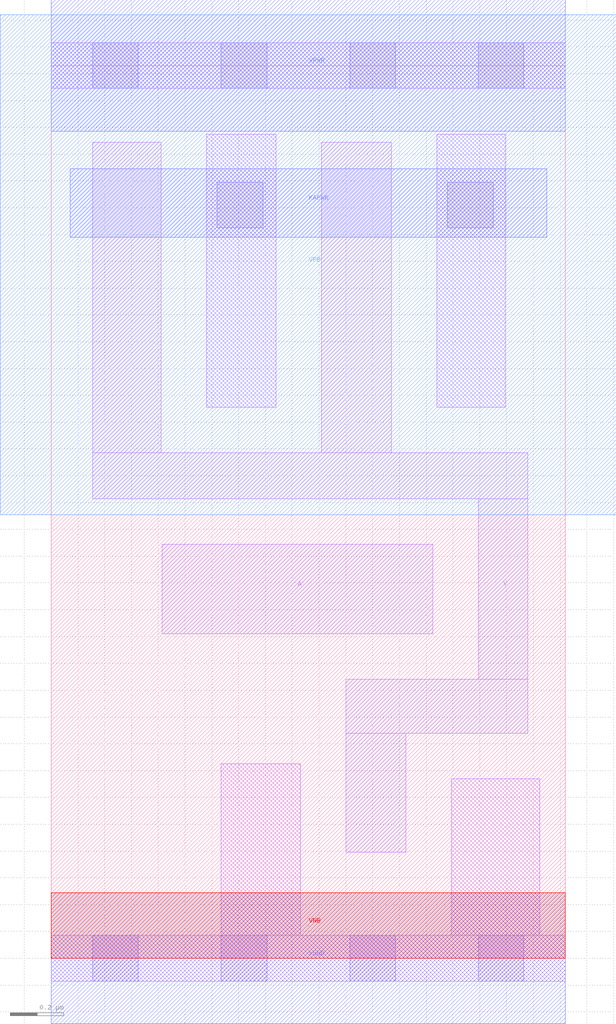
<source format=lef>
# Copyright 2020 The SkyWater PDK Authors
#
# Licensed under the Apache License, Version 2.0 (the "License");
# you may not use this file except in compliance with the License.
# You may obtain a copy of the License at
#
#     https://www.apache.org/licenses/LICENSE-2.0
#
# Unless required by applicable law or agreed to in writing, software
# distributed under the License is distributed on an "AS IS" BASIS,
# WITHOUT WARRANTIES OR CONDITIONS OF ANY KIND, either express or implied.
# See the License for the specific language governing permissions and
# limitations under the License.
#
# SPDX-License-Identifier: Apache-2.0

VERSION 5.7 ;
  NOWIREEXTENSIONATPIN ON ;
  DIVIDERCHAR "/" ;
  BUSBITCHARS "[]" ;
MACRO sky130_fd_sc_lp__invkapwr_2
  CLASS CORE ;
  FOREIGN sky130_fd_sc_lp__invkapwr_2 ;
  ORIGIN  0.000000  0.000000 ;
  SIZE  1.920000 BY  3.330000 ;
  SYMMETRY X Y ;
  SITE unit ;
  PIN A
    ANTENNAGATEAREA  0.693000 ;
    DIRECTION INPUT ;
    USE SIGNAL ;
    PORT
      LAYER li1 ;
        RECT 0.415000 1.210000 1.425000 1.545000 ;
    END
  END A
  PIN Y
    ANTENNADIFFAREA  0.804300 ;
    DIRECTION OUTPUT ;
    USE SIGNAL ;
    PORT
      LAYER li1 ;
        RECT 0.155000 1.715000 1.780000 1.885000 ;
        RECT 0.155000 1.885000 0.410000 3.045000 ;
        RECT 1.010000 1.885000 1.270000 3.045000 ;
        RECT 1.100000 0.395000 1.325000 0.840000 ;
        RECT 1.100000 0.840000 1.780000 1.040000 ;
        RECT 1.595000 1.040000 1.780000 1.715000 ;
    END
  END Y
  PIN KAPWR
    DIRECTION INOUT ;
    USE POWER ;
    PORT
      LAYER met1 ;
        RECT 0.070000 2.690000 1.850000 2.945000 ;
    END
  END KAPWR
  PIN VGND
    DIRECTION INOUT ;
    USE GROUND ;
    PORT
      LAYER met1 ;
        RECT 0.000000 -0.245000 1.920000 0.245000 ;
    END
  END VGND
  PIN VNB
    DIRECTION INOUT ;
    USE GROUND ;
    PORT
      LAYER pwell ;
        RECT 0.000000 0.000000 1.920000 0.245000 ;
    END
  END VNB
  PIN VPB
    DIRECTION INOUT ;
    USE POWER ;
    PORT
      LAYER nwell ;
        RECT -0.190000 1.655000 2.110000 3.520000 ;
    END
  END VPB
  PIN VPWR
    DIRECTION INOUT ;
    USE POWER ;
    PORT
      LAYER met1 ;
        RECT 0.000000 3.085000 1.920000 3.575000 ;
    END
  END VPWR
  OBS
    LAYER li1 ;
      RECT 0.000000 -0.085000 1.920000 0.085000 ;
      RECT 0.000000  3.245000 1.920000 3.415000 ;
      RECT 0.580000  2.055000 0.840000 3.075000 ;
      RECT 0.635000  0.085000 0.930000 0.725000 ;
      RECT 1.440000  2.055000 1.695000 3.075000 ;
      RECT 1.495000  0.085000 1.825000 0.670000 ;
    LAYER mcon ;
      RECT 0.155000 -0.085000 0.325000 0.085000 ;
      RECT 0.155000  3.245000 0.325000 3.415000 ;
      RECT 0.620000  2.725000 0.790000 2.895000 ;
      RECT 0.635000 -0.085000 0.805000 0.085000 ;
      RECT 0.635000  3.245000 0.805000 3.415000 ;
      RECT 1.115000 -0.085000 1.285000 0.085000 ;
      RECT 1.115000  3.245000 1.285000 3.415000 ;
      RECT 1.480000  2.725000 1.650000 2.895000 ;
      RECT 1.595000 -0.085000 1.765000 0.085000 ;
      RECT 1.595000  3.245000 1.765000 3.415000 ;
  END
END sky130_fd_sc_lp__invkapwr_2
END LIBRARY

</source>
